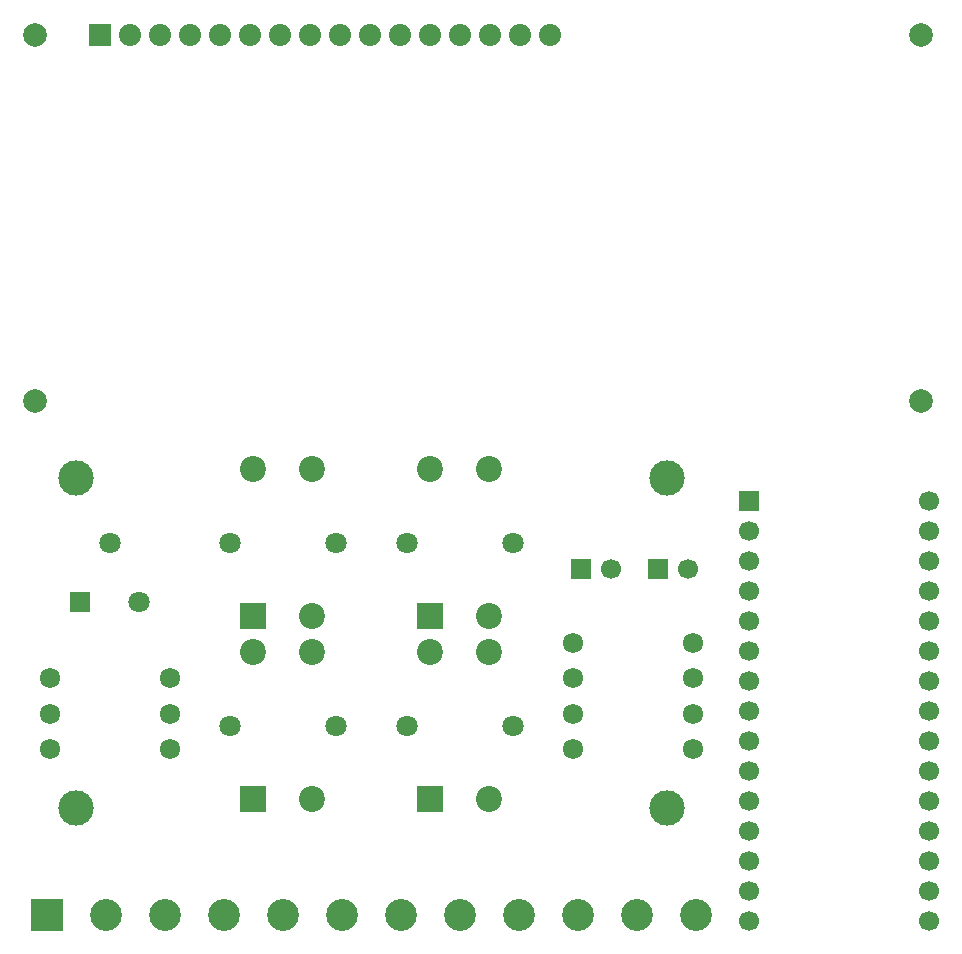
<source format=gbr>
G04 DipTrace 3.2.0.1*
G04 BottomMask.gbr*
%MOIN*%
G04 #@! TF.FileFunction,Soldermask,Bot*
G04 #@! TF.Part,Single*
%ADD18R,0.066929X0.066929*%
%ADD30C,0.07874*%
%ADD31C,0.11811*%
%ADD32C,0.070866*%
%ADD43C,0.086614*%
%ADD44C,0.070866*%
%ADD45R,0.086614X0.086614*%
%ADD46R,0.070866X0.070866*%
%ADD47C,0.067874*%
%ADD49C,0.067874*%
%ADD53C,0.106299*%
%ADD55R,0.106299X0.106299*%
%ADD57C,0.073874*%
%ADD59R,0.074803X0.074803*%
%ADD61C,0.066929*%
%FSLAX26Y26*%
G04*
G70*
G90*
G75*
G01*
G04 BotMask*
%LPD*%
D61*
X2412205Y1721654D3*
D18*
X2312205D3*
D61*
X2668110D3*
D18*
X2568110D3*
D59*
X708661Y3503937D3*
D57*
X808661D3*
X908661D3*
X1008661D3*
X1108661D3*
X1208661D3*
X1308661D3*
X1408661D3*
X1508661D3*
X1608661D3*
X1708661D3*
X1808661D3*
X1908661D3*
X2008661D3*
X2108661D3*
X2208661D3*
D30*
X492126Y2283465D3*
X3444882D3*
X492126Y3503937D3*
X3444882D3*
D31*
X629921Y2027559D3*
X2598425D3*
X629921Y925197D3*
X2598425D3*
D55*
X531496Y570866D3*
D53*
X728346D3*
X925197D3*
X1122047D3*
X1318898D3*
X1515748D3*
X1712598D3*
X1909449D3*
X2106299D3*
X2303150D3*
X2500000D3*
X2696850D3*
D18*
X2874016Y1948819D3*
D61*
Y1848819D3*
Y1748819D3*
Y1648819D3*
Y1548819D3*
Y1448819D3*
Y1348819D3*
Y1248819D3*
Y1148819D3*
Y1048819D3*
Y948819D3*
Y848819D3*
Y748819D3*
Y648819D3*
Y548819D3*
X3474016D3*
Y648819D3*
Y748819D3*
Y848819D3*
Y948819D3*
Y1048819D3*
Y1148819D3*
Y1248819D3*
Y1348819D3*
Y1448819D3*
Y1548819D3*
Y1648819D3*
Y1748819D3*
Y1848819D3*
Y1948819D3*
D46*
X643701Y1614173D3*
D44*
X742126Y1811024D3*
X840551Y1614173D3*
D49*
X542126Y1358268D3*
D47*
X942126D3*
D49*
X542126Y1240157D3*
D47*
X942126D3*
D49*
X542126Y1122047D3*
D47*
X942126D3*
D49*
X2286220Y1476378D3*
D47*
X2686220D3*
D49*
X2286220Y1358268D3*
D47*
X2686220D3*
D49*
Y1240157D3*
D47*
X2286220D3*
D49*
X2686220Y1122047D3*
D47*
X2286220D3*
D45*
X1220472Y1564961D3*
D43*
Y2057087D3*
X1417323Y1564961D3*
Y2057087D3*
D32*
X1141732Y1811024D3*
X1496063D3*
D45*
X1811024Y1564961D3*
D43*
Y2057087D3*
X2007874Y1564961D3*
Y2057087D3*
D32*
X1732283Y1811024D3*
X2086614D3*
D45*
X1220472Y954724D3*
D43*
Y1446850D3*
X1417323Y954724D3*
Y1446850D3*
D32*
X1141732Y1200787D3*
X1496063D3*
D45*
X1811024Y954724D3*
D43*
Y1446850D3*
X2007874Y954724D3*
Y1446850D3*
D32*
X1732283Y1200787D3*
X2086614D3*
M02*

</source>
